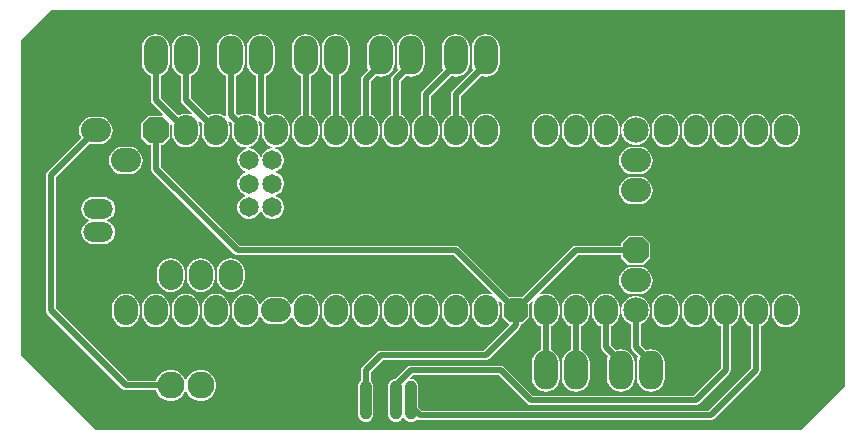
<source format=gbr>
%TF.GenerationSoftware,Altium Limited,Altium Designer,23.10.1 (27)*%
G04 Layer_Physical_Order=2*
G04 Layer_Color=16711680*
%FSLAX45Y45*%
%MOMM*%
%TF.SameCoordinates,0853C776-B364-4FBC-9FD6-CE7C03B239D3*%
%TF.FilePolarity,Positive*%
%TF.FileFunction,Copper,L2,Bot,Signal*%
%TF.Part,Single*%
G01*
G75*
%TA.AperFunction,ComponentPad*%
%ADD10O,1.01600X3.30200*%
%ADD11C,1.65100*%
%ADD12O,2.54000X1.65100*%
%ADD13R,2.15900X2.15900*%
%ADD14O,2.03200X2.54000*%
%ADD15C,2.15900*%
G04:AMPARAMS|DCode=16|XSize=2.032mm|YSize=2.032mm|CornerRadius=0mm|HoleSize=0mm|Usage=FLASHONLY|Rotation=90.000|XOffset=0mm|YOffset=0mm|HoleType=Round|Shape=Octagon|*
%AMOCTAGOND16*
4,1,8,0.50800,1.01600,-0.50800,1.01600,-1.01600,0.50800,-1.01600,-0.50800,-0.50800,-1.01600,0.50800,-1.01600,1.01600,-0.50800,1.01600,0.50800,0.50800,1.01600,0.0*
%
%ADD16OCTAGOND16*%

%ADD17O,2.54000X2.03200*%
%ADD18O,2.54000X2.03200*%
G04:AMPARAMS|DCode=19|XSize=2.159mm|YSize=2.159mm|CornerRadius=0mm|HoleSize=0mm|Usage=FLASHONLY|Rotation=90.000|XOffset=0mm|YOffset=0mm|HoleType=Round|Shape=Octagon|*
%AMOCTAGOND19*
4,1,8,0.53975,1.07950,-0.53975,1.07950,-1.07950,0.53975,-1.07950,-0.53975,-0.53975,-1.07950,0.53975,-1.07950,1.07950,-0.53975,1.07950,0.53975,0.53975,1.07950,0.0*
%
%ADD19OCTAGOND19*%

%ADD20R,2.15900X2.15900*%
%ADD21R,2.03200X2.03200*%
%ADD22O,2.03200X3.30200*%
%ADD23C,2.28600*%
%TA.AperFunction,Conductor*%
%ADD24C,0.50800*%
G36*
X7230529Y499529D02*
X6858000Y127000D01*
X889000D01*
X254000Y762000D01*
Y3429000D01*
X508000Y3683000D01*
X7230529D01*
Y499529D01*
D02*
G37*
%LPC*%
G36*
X4191000Y3483348D02*
X4160499Y3479333D01*
X4132076Y3467559D01*
X4107669Y3448831D01*
X4088941Y3424424D01*
X4077167Y3396001D01*
X4073152Y3365500D01*
Y3238500D01*
X4077167Y3207999D01*
X4087897Y3182097D01*
X3907700Y3001900D01*
X3898718Y2988457D01*
X3895564Y2972600D01*
Y2801703D01*
X3878076Y2794459D01*
X3853669Y2775731D01*
X3834941Y2751324D01*
X3823167Y2722901D01*
X3819152Y2692400D01*
Y2641600D01*
X3823167Y2611099D01*
X3834941Y2582676D01*
X3853669Y2558269D01*
X3878076Y2539541D01*
X3906499Y2527767D01*
X3937000Y2523752D01*
X3967501Y2527767D01*
X3995924Y2539541D01*
X4020331Y2558269D01*
X4039059Y2582676D01*
X4050833Y2611099D01*
X4054848Y2641600D01*
Y2692400D01*
X4050833Y2722901D01*
X4039059Y2751324D01*
X4020331Y2775731D01*
X3995924Y2794459D01*
X3978436Y2801703D01*
Y2955437D01*
X4151425Y3128426D01*
X4160499Y3124667D01*
X4191000Y3120652D01*
X4221501Y3124667D01*
X4249924Y3136441D01*
X4274331Y3155169D01*
X4293059Y3179576D01*
X4304833Y3207999D01*
X4308848Y3238500D01*
Y3365500D01*
X4304833Y3396001D01*
X4293059Y3424424D01*
X4274331Y3448831D01*
X4249924Y3467559D01*
X4221501Y3479333D01*
X4191000Y3483348D01*
D02*
G37*
G36*
X3937000D02*
X3906499Y3479333D01*
X3878076Y3467559D01*
X3853669Y3448831D01*
X3834941Y3424424D01*
X3823167Y3396001D01*
X3819152Y3365500D01*
Y3238500D01*
X3823167Y3207999D01*
X3833897Y3182097D01*
X3653700Y3001900D01*
X3644718Y2988457D01*
X3641564Y2972600D01*
Y2801703D01*
X3624076Y2794459D01*
X3599669Y2775731D01*
X3580941Y2751324D01*
X3569167Y2722901D01*
X3565152Y2692400D01*
Y2641600D01*
X3569167Y2611099D01*
X3580941Y2582676D01*
X3599669Y2558269D01*
X3624076Y2539541D01*
X3652499Y2527767D01*
X3683000Y2523752D01*
X3713501Y2527767D01*
X3741924Y2539541D01*
X3766331Y2558269D01*
X3785059Y2582676D01*
X3796833Y2611099D01*
X3800848Y2641600D01*
Y2692400D01*
X3796833Y2722901D01*
X3785059Y2751324D01*
X3766331Y2775731D01*
X3741924Y2794459D01*
X3724436Y2801703D01*
Y2955437D01*
X3897425Y3128426D01*
X3906499Y3124667D01*
X3937000Y3120652D01*
X3967501Y3124667D01*
X3995924Y3136441D01*
X4020331Y3155169D01*
X4039059Y3179576D01*
X4050833Y3207999D01*
X4054848Y3238500D01*
Y3365500D01*
X4050833Y3396001D01*
X4039059Y3424424D01*
X4020331Y3448831D01*
X3995924Y3467559D01*
X3967501Y3479333D01*
X3937000Y3483348D01*
D02*
G37*
G36*
X3556000D02*
X3525499Y3479333D01*
X3497076Y3467559D01*
X3472669Y3448831D01*
X3453941Y3424424D01*
X3442167Y3396001D01*
X3438152Y3365500D01*
Y3238500D01*
X3442167Y3207999D01*
X3452897Y3182097D01*
X3399700Y3128900D01*
X3390718Y3115457D01*
X3387564Y3099600D01*
Y2801703D01*
X3370076Y2794459D01*
X3345669Y2775731D01*
X3326941Y2751324D01*
X3315167Y2722901D01*
X3311152Y2692400D01*
Y2641600D01*
X3315167Y2611099D01*
X3326941Y2582676D01*
X3345669Y2558269D01*
X3370076Y2539541D01*
X3398499Y2527767D01*
X3429000Y2523752D01*
X3459501Y2527767D01*
X3487924Y2539541D01*
X3512331Y2558269D01*
X3531059Y2582676D01*
X3542833Y2611099D01*
X3546848Y2641600D01*
Y2692400D01*
X3542833Y2722901D01*
X3531059Y2751324D01*
X3512331Y2775731D01*
X3487924Y2794459D01*
X3470436Y2801703D01*
Y3082437D01*
X3516425Y3128426D01*
X3525499Y3124667D01*
X3556000Y3120652D01*
X3586501Y3124667D01*
X3614924Y3136441D01*
X3639331Y3155169D01*
X3658059Y3179576D01*
X3669833Y3207999D01*
X3673848Y3238500D01*
Y3365500D01*
X3669833Y3396001D01*
X3658059Y3424424D01*
X3639331Y3448831D01*
X3614924Y3467559D01*
X3586501Y3479333D01*
X3556000Y3483348D01*
D02*
G37*
G36*
X3302000D02*
X3271499Y3479333D01*
X3243076Y3467559D01*
X3218669Y3448831D01*
X3199941Y3424424D01*
X3188167Y3396001D01*
X3184152Y3365500D01*
Y3238500D01*
X3188167Y3207999D01*
X3198897Y3182097D01*
X3145700Y3128900D01*
X3136718Y3115457D01*
X3133564Y3099600D01*
Y2801703D01*
X3116076Y2794459D01*
X3091669Y2775731D01*
X3072941Y2751324D01*
X3061167Y2722901D01*
X3057152Y2692400D01*
Y2641600D01*
X3061167Y2611099D01*
X3072941Y2582676D01*
X3091669Y2558269D01*
X3116076Y2539541D01*
X3144499Y2527767D01*
X3175000Y2523752D01*
X3205501Y2527767D01*
X3233924Y2539541D01*
X3258331Y2558269D01*
X3277059Y2582676D01*
X3288833Y2611099D01*
X3292848Y2641600D01*
Y2692400D01*
X3288833Y2722901D01*
X3277059Y2751324D01*
X3258331Y2775731D01*
X3233924Y2794459D01*
X3216436Y2801703D01*
Y3082437D01*
X3262425Y3128426D01*
X3271499Y3124667D01*
X3302000Y3120652D01*
X3332501Y3124667D01*
X3360924Y3136441D01*
X3385331Y3155169D01*
X3404059Y3179576D01*
X3415833Y3207999D01*
X3419848Y3238500D01*
Y3365500D01*
X3415833Y3396001D01*
X3404059Y3424424D01*
X3385331Y3448831D01*
X3360924Y3467559D01*
X3332501Y3479333D01*
X3302000Y3483348D01*
D02*
G37*
G36*
X2286000D02*
X2255499Y3479333D01*
X2227076Y3467559D01*
X2202669Y3448831D01*
X2183941Y3424424D01*
X2172167Y3396001D01*
X2168152Y3365500D01*
Y3238500D01*
X2172167Y3207999D01*
X2183941Y3179576D01*
X2202669Y3155169D01*
X2227076Y3136441D01*
X2244564Y3129197D01*
Y2794000D01*
X2245496Y2789311D01*
X2233973Y2782145D01*
X2217924Y2794459D01*
X2189501Y2806233D01*
X2159000Y2810248D01*
X2128499Y2806233D01*
X2100076Y2794459D01*
X2094454Y2790146D01*
X2073436Y2811164D01*
Y3129197D01*
X2090924Y3136441D01*
X2115331Y3155169D01*
X2134059Y3179576D01*
X2145833Y3207999D01*
X2149848Y3238500D01*
Y3365500D01*
X2145833Y3396001D01*
X2134059Y3424424D01*
X2115331Y3448831D01*
X2090924Y3467559D01*
X2062501Y3479333D01*
X2032000Y3483348D01*
X2001499Y3479333D01*
X1973076Y3467559D01*
X1948669Y3448831D01*
X1929941Y3424424D01*
X1918167Y3396001D01*
X1914152Y3365500D01*
Y3238500D01*
X1918167Y3207999D01*
X1929941Y3179576D01*
X1948669Y3155169D01*
X1973076Y3136441D01*
X1990564Y3129197D01*
Y2794000D01*
X1991496Y2789311D01*
X1979973Y2782145D01*
X1963924Y2794459D01*
X1935501Y2806233D01*
X1905000Y2810248D01*
X1874499Y2806233D01*
X1846076Y2794459D01*
X1840454Y2790146D01*
X1692436Y2938164D01*
Y3129197D01*
X1709924Y3136441D01*
X1734331Y3155169D01*
X1753059Y3179576D01*
X1764833Y3207999D01*
X1768848Y3238500D01*
Y3365500D01*
X1764833Y3396001D01*
X1753059Y3424424D01*
X1734331Y3448831D01*
X1709924Y3467559D01*
X1681501Y3479333D01*
X1651000Y3483348D01*
X1620499Y3479333D01*
X1592076Y3467559D01*
X1567669Y3448831D01*
X1548941Y3424424D01*
X1537167Y3396001D01*
X1533152Y3365500D01*
Y3238500D01*
X1537167Y3207999D01*
X1548941Y3179576D01*
X1567669Y3155169D01*
X1592076Y3136441D01*
X1609564Y3129197D01*
Y2921000D01*
X1612718Y2905143D01*
X1621700Y2891700D01*
X1701850Y2811550D01*
X1694656Y2800784D01*
X1681501Y2806233D01*
X1651000Y2810248D01*
X1620499Y2806233D01*
X1592076Y2794459D01*
X1586454Y2790146D01*
X1438436Y2938164D01*
Y3129197D01*
X1455924Y3136441D01*
X1480331Y3155169D01*
X1499059Y3179576D01*
X1510833Y3207999D01*
X1514848Y3238500D01*
Y3365500D01*
X1510833Y3396001D01*
X1499059Y3424424D01*
X1480331Y3448831D01*
X1455924Y3467559D01*
X1427501Y3479333D01*
X1397000Y3483348D01*
X1366499Y3479333D01*
X1338076Y3467559D01*
X1313669Y3448831D01*
X1294941Y3424424D01*
X1283167Y3396001D01*
X1279152Y3365500D01*
Y3238500D01*
X1283167Y3207999D01*
X1294941Y3179576D01*
X1313669Y3155169D01*
X1338076Y3136441D01*
X1355564Y3129197D01*
Y2921000D01*
X1358718Y2905143D01*
X1367700Y2891700D01*
X1456510Y2802890D01*
X1451250Y2790190D01*
X1335405D01*
X1273810Y2728595D01*
Y2605405D01*
X1335405Y2543810D01*
X1355564D01*
Y2344750D01*
X1358718Y2328893D01*
X1367700Y2315450D01*
X2061450Y1621700D01*
X2074893Y1612718D01*
X2090750Y1609563D01*
X2090751Y1609564D01*
X3919836D01*
X4241850Y1287550D01*
X4234656Y1276784D01*
X4221501Y1282233D01*
X4191000Y1286248D01*
X4160499Y1282233D01*
X4132076Y1270459D01*
X4107669Y1251731D01*
X4088941Y1227324D01*
X4077167Y1198901D01*
X4073152Y1168400D01*
Y1117600D01*
X4077167Y1087099D01*
X4088941Y1058676D01*
X4107669Y1034269D01*
X4132076Y1015541D01*
X4160499Y1003767D01*
X4191000Y999752D01*
X4221501Y1003767D01*
X4249924Y1015541D01*
X4274331Y1034269D01*
X4293059Y1058676D01*
X4304833Y1087099D01*
X4308848Y1117600D01*
Y1168400D01*
X4304833Y1198901D01*
X4299384Y1212056D01*
X4310150Y1219250D01*
X4328160Y1201240D01*
Y1084580D01*
X4386580Y1026160D01*
X4389503Y1019103D01*
X4173836Y803436D01*
X3302000D01*
X3286143Y800282D01*
X3272700Y791300D01*
X3145700Y664300D01*
X3136718Y650857D01*
X3133564Y635000D01*
Y546747D01*
X3127900Y542400D01*
X3117314Y528605D01*
X3110660Y512540D01*
X3108390Y495300D01*
Y266700D01*
X3110660Y249460D01*
X3117314Y233395D01*
X3127900Y219600D01*
X3141695Y209014D01*
X3157760Y202360D01*
X3175000Y200090D01*
X3192240Y202360D01*
X3208305Y209014D01*
X3222100Y219600D01*
X3232686Y233395D01*
X3239340Y249460D01*
X3241610Y266700D01*
Y495300D01*
X3239340Y512540D01*
X3232686Y528605D01*
X3222100Y542400D01*
X3216436Y546747D01*
Y617836D01*
X3319164Y720564D01*
X4191000D01*
X4206857Y723718D01*
X4220300Y732700D01*
X4474300Y986700D01*
X4483282Y1000143D01*
X4486437Y1016000D01*
X4493760Y1026160D01*
X4503420D01*
X4561840Y1084580D01*
Y1201240D01*
X4579850Y1219250D01*
X4590616Y1212056D01*
X4585167Y1198901D01*
X4581152Y1168400D01*
Y1117600D01*
X4585167Y1087099D01*
X4596941Y1058676D01*
X4615669Y1034269D01*
X4640076Y1015541D01*
X4657564Y1008297D01*
Y807803D01*
X4640076Y800559D01*
X4615669Y781831D01*
X4596941Y757424D01*
X4585167Y729001D01*
X4581152Y698500D01*
Y571500D01*
X4585167Y540999D01*
X4596941Y512576D01*
X4615669Y488169D01*
X4640076Y469441D01*
X4668499Y457667D01*
X4699000Y453652D01*
X4729501Y457667D01*
X4757924Y469441D01*
X4782331Y488169D01*
X4801059Y512576D01*
X4812833Y540999D01*
X4816848Y571500D01*
Y698500D01*
X4812833Y729001D01*
X4801059Y757424D01*
X4782331Y781831D01*
X4757924Y800559D01*
X4740436Y807803D01*
Y1008297D01*
X4757924Y1015541D01*
X4782331Y1034269D01*
X4801059Y1058676D01*
X4812833Y1087099D01*
X4816848Y1117600D01*
Y1168400D01*
X4812833Y1198901D01*
X4801059Y1227324D01*
X4782331Y1251731D01*
X4757924Y1270459D01*
X4729501Y1282233D01*
X4699000Y1286248D01*
X4668499Y1282233D01*
X4655344Y1276784D01*
X4648150Y1287550D01*
X4970164Y1609564D01*
X5337810D01*
Y1589405D01*
X5399405Y1527810D01*
X5522595D01*
X5584190Y1589405D01*
Y1712595D01*
X5522595Y1774190D01*
X5399405D01*
X5337810Y1712595D01*
Y1692436D01*
X4953000D01*
X4937143Y1689282D01*
X4923700Y1680300D01*
X4503240Y1259840D01*
X4386760D01*
X3966300Y1680300D01*
X3952857Y1689282D01*
X3937000Y1692436D01*
X2107914D01*
X1438436Y2361914D01*
Y2543810D01*
X1458595D01*
X1520190Y2605405D01*
Y2710178D01*
X1532890Y2716441D01*
X1536003Y2714053D01*
X1533152Y2692400D01*
Y2641600D01*
X1537167Y2611099D01*
X1548941Y2582676D01*
X1567669Y2558269D01*
X1592076Y2539541D01*
X1620499Y2527767D01*
X1651000Y2523752D01*
X1681501Y2527767D01*
X1709924Y2539541D01*
X1734331Y2558269D01*
X1753059Y2582676D01*
X1764833Y2611099D01*
X1768848Y2641600D01*
Y2692400D01*
X1764833Y2722901D01*
X1759384Y2736056D01*
X1770150Y2743250D01*
X1791090Y2722311D01*
X1787152Y2692400D01*
Y2641600D01*
X1791167Y2611099D01*
X1802941Y2582676D01*
X1821669Y2558269D01*
X1846076Y2539541D01*
X1874499Y2527767D01*
X1905000Y2523752D01*
X1935501Y2527767D01*
X1963924Y2539541D01*
X1988331Y2558269D01*
X2007059Y2582676D01*
X2018833Y2611099D01*
X2022848Y2641600D01*
Y2692400D01*
X2018833Y2722901D01*
X2013384Y2736056D01*
X2024150Y2743250D01*
X2045090Y2722311D01*
X2041152Y2692400D01*
Y2641600D01*
X2045167Y2611099D01*
X2056941Y2582676D01*
X2075669Y2558269D01*
X2100076Y2539541D01*
X2128499Y2527767D01*
X2159000Y2523752D01*
X2160142Y2511299D01*
X2148255Y2508114D01*
X2125956Y2495239D01*
X2107749Y2477032D01*
X2094874Y2454733D01*
X2088210Y2429862D01*
Y2404114D01*
X2094874Y2379242D01*
X2107749Y2356943D01*
X2125956Y2338736D01*
X2148255Y2325862D01*
X2156838Y2323562D01*
Y2310414D01*
X2148255Y2308114D01*
X2125956Y2295240D01*
X2107749Y2277033D01*
X2094874Y2254734D01*
X2088210Y2229862D01*
Y2204114D01*
X2094874Y2179243D01*
X2107749Y2156944D01*
X2125956Y2138737D01*
X2148255Y2125862D01*
X2156838Y2123562D01*
Y2110414D01*
X2148255Y2108114D01*
X2125956Y2095240D01*
X2107749Y2077033D01*
X2094874Y2054734D01*
X2088210Y2029863D01*
Y2004114D01*
X2094874Y1979243D01*
X2107749Y1956944D01*
X2125956Y1938737D01*
X2148255Y1925863D01*
X2173126Y1919199D01*
X2198874D01*
X2223746Y1925863D01*
X2246045Y1938737D01*
X2264252Y1956944D01*
X2277126Y1979243D01*
X2279426Y1987827D01*
X2292574D01*
X2294874Y1979243D01*
X2307748Y1956944D01*
X2325955Y1938737D01*
X2348254Y1925863D01*
X2373126Y1919199D01*
X2398874D01*
X2423745Y1925863D01*
X2446044Y1938737D01*
X2464251Y1956944D01*
X2477126Y1979243D01*
X2483790Y2004114D01*
Y2029863D01*
X2477126Y2054734D01*
X2464251Y2077033D01*
X2446044Y2095240D01*
X2423745Y2108114D01*
X2415162Y2110414D01*
Y2123562D01*
X2423745Y2125862D01*
X2446044Y2138737D01*
X2464251Y2156944D01*
X2477126Y2179243D01*
X2483790Y2204114D01*
Y2229862D01*
X2477126Y2254734D01*
X2464251Y2277033D01*
X2446044Y2295240D01*
X2423745Y2308114D01*
X2415162Y2310414D01*
Y2323562D01*
X2423745Y2325862D01*
X2446044Y2338736D01*
X2464251Y2356943D01*
X2477126Y2379242D01*
X2483790Y2404114D01*
Y2429862D01*
X2477126Y2454733D01*
X2464251Y2477032D01*
X2446044Y2495239D01*
X2423745Y2508114D01*
X2411858Y2511299D01*
X2413000Y2523752D01*
X2443501Y2527767D01*
X2471924Y2539541D01*
X2496331Y2558269D01*
X2515059Y2582676D01*
X2526833Y2611099D01*
X2530848Y2641600D01*
Y2692400D01*
X2526833Y2722901D01*
X2515059Y2751324D01*
X2496331Y2775731D01*
X2471924Y2794459D01*
X2443501Y2806233D01*
X2413000Y2810248D01*
X2382499Y2806233D01*
X2354076Y2794459D01*
X2348454Y2790146D01*
X2327436Y2811164D01*
Y3129197D01*
X2344924Y3136441D01*
X2369331Y3155169D01*
X2388059Y3179576D01*
X2399833Y3207999D01*
X2403848Y3238500D01*
Y3365500D01*
X2399833Y3396001D01*
X2388059Y3424424D01*
X2369331Y3448831D01*
X2344924Y3467559D01*
X2316501Y3479333D01*
X2286000Y3483348D01*
D02*
G37*
G36*
X914400Y2784848D02*
X863600D01*
X833099Y2780833D01*
X804676Y2769059D01*
X780269Y2750331D01*
X761541Y2725924D01*
X749767Y2697501D01*
X745752Y2667000D01*
X749767Y2636499D01*
X761541Y2608076D01*
X765854Y2602454D01*
X478700Y2315300D01*
X469718Y2301857D01*
X466564Y2286000D01*
Y1143000D01*
X469718Y1127143D01*
X478700Y1113700D01*
X1113700Y478700D01*
X1127143Y469718D01*
X1143000Y466564D01*
X1400993D01*
X1403288Y457999D01*
X1420342Y428461D01*
X1444461Y404342D01*
X1473999Y387288D01*
X1506946Y378460D01*
X1541054D01*
X1574001Y387288D01*
X1603539Y404342D01*
X1627658Y428461D01*
X1644321Y457322D01*
X1647657Y457999D01*
X1654343D01*
X1657679Y457322D01*
X1674342Y428461D01*
X1698461Y404342D01*
X1727999Y387288D01*
X1760946Y378460D01*
X1795054D01*
X1828001Y387288D01*
X1857539Y404342D01*
X1881658Y428461D01*
X1898712Y457999D01*
X1907540Y490946D01*
Y525054D01*
X1898712Y558001D01*
X1881658Y587539D01*
X1857539Y611658D01*
X1828001Y628712D01*
X1795054Y637540D01*
X1760946D01*
X1727999Y628712D01*
X1698461Y611658D01*
X1674342Y587539D01*
X1657679Y558678D01*
X1654343Y558001D01*
X1647657D01*
X1644321Y558678D01*
X1627658Y587539D01*
X1603539Y611658D01*
X1574001Y628712D01*
X1541054Y637540D01*
X1506946D01*
X1473999Y628712D01*
X1444461Y611658D01*
X1420342Y587539D01*
X1403288Y558001D01*
X1400993Y549436D01*
X1160164D01*
X549436Y1160164D01*
Y2268836D01*
X833689Y2553090D01*
X863600Y2549152D01*
X914400D01*
X944901Y2553167D01*
X973324Y2564941D01*
X997731Y2583669D01*
X1016459Y2608076D01*
X1028233Y2636499D01*
X1032248Y2667000D01*
X1028233Y2697501D01*
X1016459Y2725924D01*
X997731Y2750331D01*
X973324Y2769059D01*
X944901Y2780833D01*
X914400Y2784848D01*
D02*
G37*
G36*
X5477218Y2790190D02*
X5444782D01*
X5413450Y2781795D01*
X5385360Y2765577D01*
X5362423Y2742640D01*
X5346205Y2714550D01*
X5337810Y2683218D01*
Y2650782D01*
X5346205Y2619450D01*
X5362423Y2591360D01*
X5385360Y2568423D01*
X5413450Y2552205D01*
X5444782Y2543810D01*
X5477218D01*
X5508550Y2552205D01*
X5536640Y2568423D01*
X5559577Y2591360D01*
X5575795Y2619450D01*
X5584190Y2650782D01*
Y2683218D01*
X5575795Y2714550D01*
X5559577Y2742640D01*
X5536640Y2765577D01*
X5508550Y2781795D01*
X5477218Y2790190D01*
D02*
G37*
G36*
X6731000Y2810248D02*
X6700499Y2806233D01*
X6672076Y2794459D01*
X6647669Y2775731D01*
X6628941Y2751324D01*
X6617167Y2722901D01*
X6613152Y2692400D01*
Y2641600D01*
X6617167Y2611099D01*
X6628941Y2582676D01*
X6647669Y2558269D01*
X6672076Y2539541D01*
X6700499Y2527767D01*
X6731000Y2523752D01*
X6761501Y2527767D01*
X6789924Y2539541D01*
X6814331Y2558269D01*
X6833059Y2582676D01*
X6844833Y2611099D01*
X6848848Y2641600D01*
Y2692400D01*
X6844833Y2722901D01*
X6833059Y2751324D01*
X6814331Y2775731D01*
X6789924Y2794459D01*
X6761501Y2806233D01*
X6731000Y2810248D01*
D02*
G37*
G36*
X6477000D02*
X6446499Y2806233D01*
X6418076Y2794459D01*
X6393669Y2775731D01*
X6374941Y2751324D01*
X6363167Y2722901D01*
X6359152Y2692400D01*
Y2641600D01*
X6363167Y2611099D01*
X6374941Y2582676D01*
X6393669Y2558269D01*
X6418076Y2539541D01*
X6446499Y2527767D01*
X6477000Y2523752D01*
X6507501Y2527767D01*
X6535924Y2539541D01*
X6560331Y2558269D01*
X6579059Y2582676D01*
X6590833Y2611099D01*
X6594848Y2641600D01*
Y2692400D01*
X6590833Y2722901D01*
X6579059Y2751324D01*
X6560331Y2775731D01*
X6535924Y2794459D01*
X6507501Y2806233D01*
X6477000Y2810248D01*
D02*
G37*
G36*
X6223000D02*
X6192499Y2806233D01*
X6164076Y2794459D01*
X6139669Y2775731D01*
X6120941Y2751324D01*
X6109167Y2722901D01*
X6105152Y2692400D01*
Y2641600D01*
X6109167Y2611099D01*
X6120941Y2582676D01*
X6139669Y2558269D01*
X6164076Y2539541D01*
X6192499Y2527767D01*
X6223000Y2523752D01*
X6253501Y2527767D01*
X6281924Y2539541D01*
X6306331Y2558269D01*
X6325059Y2582676D01*
X6336833Y2611099D01*
X6340848Y2641600D01*
Y2692400D01*
X6336833Y2722901D01*
X6325059Y2751324D01*
X6306331Y2775731D01*
X6281924Y2794459D01*
X6253501Y2806233D01*
X6223000Y2810248D01*
D02*
G37*
G36*
X5969000D02*
X5938499Y2806233D01*
X5910076Y2794459D01*
X5885669Y2775731D01*
X5866941Y2751324D01*
X5855167Y2722901D01*
X5851152Y2692400D01*
Y2641600D01*
X5855167Y2611099D01*
X5866941Y2582676D01*
X5885669Y2558269D01*
X5910076Y2539541D01*
X5938499Y2527767D01*
X5969000Y2523752D01*
X5999501Y2527767D01*
X6027924Y2539541D01*
X6052331Y2558269D01*
X6071059Y2582676D01*
X6082833Y2611099D01*
X6086848Y2641600D01*
Y2692400D01*
X6082833Y2722901D01*
X6071059Y2751324D01*
X6052331Y2775731D01*
X6027924Y2794459D01*
X5999501Y2806233D01*
X5969000Y2810248D01*
D02*
G37*
G36*
X5715000D02*
X5684499Y2806233D01*
X5656076Y2794459D01*
X5631669Y2775731D01*
X5612941Y2751324D01*
X5601167Y2722901D01*
X5597152Y2692400D01*
Y2641600D01*
X5601167Y2611099D01*
X5612941Y2582676D01*
X5631669Y2558269D01*
X5656076Y2539541D01*
X5684499Y2527767D01*
X5715000Y2523752D01*
X5745501Y2527767D01*
X5773924Y2539541D01*
X5798331Y2558269D01*
X5817059Y2582676D01*
X5828833Y2611099D01*
X5832848Y2641600D01*
Y2692400D01*
X5828833Y2722901D01*
X5817059Y2751324D01*
X5798331Y2775731D01*
X5773924Y2794459D01*
X5745501Y2806233D01*
X5715000Y2810248D01*
D02*
G37*
G36*
X5207000D02*
X5176499Y2806233D01*
X5148076Y2794459D01*
X5123669Y2775731D01*
X5104941Y2751324D01*
X5093167Y2722901D01*
X5089152Y2692400D01*
Y2641600D01*
X5093167Y2611099D01*
X5104941Y2582676D01*
X5123669Y2558269D01*
X5148076Y2539541D01*
X5176499Y2527767D01*
X5207000Y2523752D01*
X5237501Y2527767D01*
X5265924Y2539541D01*
X5290331Y2558269D01*
X5309059Y2582676D01*
X5320833Y2611099D01*
X5324848Y2641600D01*
Y2692400D01*
X5320833Y2722901D01*
X5309059Y2751324D01*
X5290331Y2775731D01*
X5265924Y2794459D01*
X5237501Y2806233D01*
X5207000Y2810248D01*
D02*
G37*
G36*
X4953000D02*
X4922499Y2806233D01*
X4894076Y2794459D01*
X4869669Y2775731D01*
X4850941Y2751324D01*
X4839167Y2722901D01*
X4835152Y2692400D01*
Y2641600D01*
X4839167Y2611099D01*
X4850941Y2582676D01*
X4869669Y2558269D01*
X4894076Y2539541D01*
X4922499Y2527767D01*
X4953000Y2523752D01*
X4983501Y2527767D01*
X5011924Y2539541D01*
X5036331Y2558269D01*
X5055059Y2582676D01*
X5066833Y2611099D01*
X5070848Y2641600D01*
Y2692400D01*
X5066833Y2722901D01*
X5055059Y2751324D01*
X5036331Y2775731D01*
X5011924Y2794459D01*
X4983501Y2806233D01*
X4953000Y2810248D01*
D02*
G37*
G36*
X4699000D02*
X4668499Y2806233D01*
X4640076Y2794459D01*
X4615669Y2775731D01*
X4596941Y2751324D01*
X4585167Y2722901D01*
X4581152Y2692400D01*
Y2641600D01*
X4585167Y2611099D01*
X4596941Y2582676D01*
X4615669Y2558269D01*
X4640076Y2539541D01*
X4668499Y2527767D01*
X4699000Y2523752D01*
X4729501Y2527767D01*
X4757924Y2539541D01*
X4782331Y2558269D01*
X4801059Y2582676D01*
X4812833Y2611099D01*
X4816848Y2641600D01*
Y2692400D01*
X4812833Y2722901D01*
X4801059Y2751324D01*
X4782331Y2775731D01*
X4757924Y2794459D01*
X4729501Y2806233D01*
X4699000Y2810248D01*
D02*
G37*
G36*
X4191000D02*
X4160499Y2806233D01*
X4132076Y2794459D01*
X4107669Y2775731D01*
X4088941Y2751324D01*
X4077167Y2722901D01*
X4073152Y2692400D01*
Y2641600D01*
X4077167Y2611099D01*
X4088941Y2582676D01*
X4107669Y2558269D01*
X4132076Y2539541D01*
X4160499Y2527767D01*
X4191000Y2523752D01*
X4221501Y2527767D01*
X4249924Y2539541D01*
X4274331Y2558269D01*
X4293059Y2582676D01*
X4304833Y2611099D01*
X4308848Y2641600D01*
Y2692400D01*
X4304833Y2722901D01*
X4293059Y2751324D01*
X4274331Y2775731D01*
X4249924Y2794459D01*
X4221501Y2806233D01*
X4191000Y2810248D01*
D02*
G37*
G36*
X2921000Y3483348D02*
X2890499Y3479333D01*
X2862076Y3467559D01*
X2837669Y3448831D01*
X2818941Y3424424D01*
X2807167Y3396001D01*
X2803152Y3365500D01*
Y3238500D01*
X2807167Y3207999D01*
X2818941Y3179576D01*
X2837669Y3155169D01*
X2862076Y3136441D01*
X2879564Y3129197D01*
Y2801703D01*
X2862076Y2794459D01*
X2837669Y2775731D01*
X2818941Y2751324D01*
X2807167Y2722901D01*
X2803152Y2692400D01*
Y2641600D01*
X2807167Y2611099D01*
X2818941Y2582676D01*
X2837669Y2558269D01*
X2862076Y2539541D01*
X2890499Y2527767D01*
X2921000Y2523752D01*
X2951501Y2527767D01*
X2979924Y2539541D01*
X3004331Y2558269D01*
X3023059Y2582676D01*
X3034833Y2611099D01*
X3038848Y2641600D01*
Y2692400D01*
X3034833Y2722901D01*
X3023059Y2751324D01*
X3004331Y2775731D01*
X2979924Y2794459D01*
X2962436Y2801703D01*
Y3129197D01*
X2979924Y3136441D01*
X3004331Y3155169D01*
X3023059Y3179576D01*
X3034833Y3207999D01*
X3038848Y3238500D01*
Y3365500D01*
X3034833Y3396001D01*
X3023059Y3424424D01*
X3004331Y3448831D01*
X2979924Y3467559D01*
X2951501Y3479333D01*
X2921000Y3483348D01*
D02*
G37*
G36*
X2667000D02*
X2636499Y3479333D01*
X2608076Y3467559D01*
X2583669Y3448831D01*
X2564941Y3424424D01*
X2553167Y3396001D01*
X2549152Y3365500D01*
Y3238500D01*
X2553167Y3207999D01*
X2564941Y3179576D01*
X2583669Y3155169D01*
X2608076Y3136441D01*
X2625564Y3129197D01*
Y2801703D01*
X2608076Y2794459D01*
X2583669Y2775731D01*
X2564941Y2751324D01*
X2553167Y2722901D01*
X2549152Y2692400D01*
Y2641600D01*
X2553167Y2611099D01*
X2564941Y2582676D01*
X2583669Y2558269D01*
X2608076Y2539541D01*
X2636499Y2527767D01*
X2667000Y2523752D01*
X2697501Y2527767D01*
X2725924Y2539541D01*
X2750331Y2558269D01*
X2769059Y2582676D01*
X2780833Y2611099D01*
X2784848Y2641600D01*
Y2692400D01*
X2780833Y2722901D01*
X2769059Y2751324D01*
X2750331Y2775731D01*
X2725924Y2794459D01*
X2708436Y2801703D01*
Y3129197D01*
X2725924Y3136441D01*
X2750331Y3155169D01*
X2769059Y3179576D01*
X2780833Y3207999D01*
X2784848Y3238500D01*
Y3365500D01*
X2780833Y3396001D01*
X2769059Y3424424D01*
X2750331Y3448831D01*
X2725924Y3467559D01*
X2697501Y3479333D01*
X2667000Y3483348D01*
D02*
G37*
G36*
X5486400Y2530848D02*
X5435600D01*
X5405099Y2526833D01*
X5376676Y2515059D01*
X5352269Y2496331D01*
X5333541Y2471924D01*
X5321767Y2443501D01*
X5317752Y2413000D01*
X5321767Y2382499D01*
X5333541Y2354076D01*
X5352269Y2329669D01*
X5376676Y2310941D01*
X5405099Y2299167D01*
X5435600Y2295152D01*
X5486400D01*
X5516901Y2299167D01*
X5545324Y2310941D01*
X5569731Y2329669D01*
X5588459Y2354076D01*
X5600233Y2382499D01*
X5604248Y2413000D01*
X5600233Y2443501D01*
X5588459Y2471924D01*
X5569731Y2496331D01*
X5545324Y2515059D01*
X5516901Y2526833D01*
X5486400Y2530848D01*
D02*
G37*
G36*
X1168400D02*
X1117600D01*
X1087099Y2526833D01*
X1058676Y2515059D01*
X1034269Y2496331D01*
X1015541Y2471924D01*
X1003767Y2443501D01*
X999752Y2413000D01*
X1003767Y2382499D01*
X1015541Y2354076D01*
X1034269Y2329669D01*
X1058676Y2310941D01*
X1087099Y2299167D01*
X1117600Y2295152D01*
X1168400D01*
X1198901Y2299167D01*
X1227324Y2310941D01*
X1251731Y2329669D01*
X1270459Y2354076D01*
X1282233Y2382499D01*
X1286248Y2413000D01*
X1282233Y2443501D01*
X1270459Y2471924D01*
X1251731Y2496331D01*
X1227324Y2515059D01*
X1198901Y2526833D01*
X1168400Y2530848D01*
D02*
G37*
G36*
X5486400Y2276848D02*
X5435600D01*
X5405099Y2272833D01*
X5376676Y2261059D01*
X5352269Y2242331D01*
X5333541Y2217924D01*
X5321767Y2189501D01*
X5317752Y2159000D01*
X5321767Y2128499D01*
X5333541Y2100076D01*
X5352269Y2075669D01*
X5376676Y2056941D01*
X5405099Y2045167D01*
X5435600Y2041152D01*
X5486400D01*
X5516901Y2045167D01*
X5545324Y2056941D01*
X5569731Y2075669D01*
X5588459Y2100076D01*
X5600233Y2128499D01*
X5604248Y2159000D01*
X5600233Y2189501D01*
X5588459Y2217924D01*
X5569731Y2242331D01*
X5545324Y2261059D01*
X5516901Y2272833D01*
X5486400Y2276848D01*
D02*
G37*
G36*
X956462Y2103634D02*
X867562D01*
X842034Y2100273D01*
X818246Y2090419D01*
X797818Y2074744D01*
X782143Y2054317D01*
X772290Y2030528D01*
X768929Y2005000D01*
X772290Y1979472D01*
X782143Y1955683D01*
X797818Y1935255D01*
X818246Y1919580D01*
X836853Y1911873D01*
Y1898127D01*
X818246Y1890420D01*
X797818Y1874745D01*
X782143Y1854317D01*
X772290Y1830528D01*
X768929Y1805000D01*
X772290Y1779472D01*
X782143Y1755683D01*
X797818Y1735256D01*
X818246Y1719581D01*
X842034Y1709727D01*
X867562Y1706366D01*
X956462D01*
X981991Y1709727D01*
X1005779Y1719581D01*
X1026207Y1735256D01*
X1041882Y1755683D01*
X1051735Y1779472D01*
X1055096Y1805000D01*
X1051735Y1830528D01*
X1041882Y1854317D01*
X1026207Y1874745D01*
X1005779Y1890420D01*
X987172Y1898127D01*
Y1911873D01*
X1005779Y1919580D01*
X1026207Y1935255D01*
X1041882Y1955683D01*
X1051735Y1979472D01*
X1055096Y2005000D01*
X1051735Y2030528D01*
X1041882Y2054317D01*
X1026207Y2074744D01*
X1005779Y2090419D01*
X981991Y2100273D01*
X956462Y2103634D01*
D02*
G37*
G36*
X2032000Y1586248D02*
X2001499Y1582232D01*
X1973076Y1570459D01*
X1948669Y1551731D01*
X1929941Y1527323D01*
X1918167Y1498901D01*
X1914152Y1468399D01*
Y1417599D01*
X1918167Y1387098D01*
X1929941Y1358675D01*
X1948669Y1334268D01*
X1973076Y1315540D01*
X2001499Y1303767D01*
X2032000Y1299751D01*
X2062501Y1303767D01*
X2090924Y1315540D01*
X2115331Y1334268D01*
X2134059Y1358675D01*
X2145833Y1387098D01*
X2149848Y1417599D01*
Y1468399D01*
X2145833Y1498901D01*
X2134059Y1527323D01*
X2115331Y1551731D01*
X2090924Y1570459D01*
X2062501Y1582232D01*
X2032000Y1586248D01*
D02*
G37*
G36*
X1778000D02*
X1747499Y1582232D01*
X1719076Y1570459D01*
X1694669Y1551731D01*
X1675941Y1527323D01*
X1664167Y1498901D01*
X1660152Y1468399D01*
Y1417599D01*
X1664167Y1387098D01*
X1675941Y1358675D01*
X1694669Y1334268D01*
X1719076Y1315540D01*
X1747499Y1303767D01*
X1778000Y1299751D01*
X1808501Y1303767D01*
X1836924Y1315540D01*
X1861331Y1334268D01*
X1880059Y1358675D01*
X1891833Y1387098D01*
X1895848Y1417599D01*
Y1468399D01*
X1891833Y1498901D01*
X1880059Y1527323D01*
X1861331Y1551731D01*
X1836924Y1570459D01*
X1808501Y1582232D01*
X1778000Y1586248D01*
D02*
G37*
G36*
X1524000D02*
X1493499Y1582232D01*
X1465076Y1570459D01*
X1440669Y1551731D01*
X1421941Y1527323D01*
X1410167Y1498901D01*
X1406152Y1468399D01*
Y1417599D01*
X1410167Y1387098D01*
X1421941Y1358675D01*
X1440669Y1334268D01*
X1465076Y1315540D01*
X1493499Y1303767D01*
X1524000Y1299751D01*
X1554501Y1303767D01*
X1582924Y1315540D01*
X1607331Y1334268D01*
X1626059Y1358675D01*
X1637833Y1387098D01*
X1641848Y1417599D01*
Y1468399D01*
X1637833Y1498901D01*
X1626059Y1527323D01*
X1607331Y1551731D01*
X1582924Y1570459D01*
X1554501Y1582232D01*
X1524000Y1586248D01*
D02*
G37*
G36*
X5486400Y1514848D02*
X5435600D01*
X5405099Y1510833D01*
X5376676Y1499059D01*
X5352269Y1480331D01*
X5333541Y1455924D01*
X5321767Y1427501D01*
X5317752Y1397000D01*
X5321767Y1366499D01*
X5333541Y1338076D01*
X5352269Y1313669D01*
X5376676Y1294941D01*
X5405099Y1283167D01*
X5435600Y1279152D01*
X5486400D01*
X5516901Y1283167D01*
X5545324Y1294941D01*
X5569731Y1313669D01*
X5588459Y1338076D01*
X5600233Y1366499D01*
X5604248Y1397000D01*
X5600233Y1427501D01*
X5588459Y1455924D01*
X5569731Y1480331D01*
X5545324Y1499059D01*
X5516901Y1510833D01*
X5486400Y1514848D01*
D02*
G37*
G36*
X2667000Y1286248D02*
X2636499Y1282233D01*
X2608076Y1270459D01*
X2583669Y1251731D01*
X2564941Y1227324D01*
X2554313Y1201666D01*
X2541434Y1199571D01*
X2540459Y1201924D01*
X2521731Y1226331D01*
X2497324Y1245059D01*
X2468901Y1256833D01*
X2438400Y1260848D01*
X2387600D01*
X2357099Y1256833D01*
X2328676Y1245059D01*
X2304269Y1226331D01*
X2285541Y1201924D01*
X2284566Y1199571D01*
X2271687Y1201666D01*
X2261059Y1227324D01*
X2242331Y1251731D01*
X2217924Y1270459D01*
X2189501Y1282233D01*
X2159000Y1286248D01*
X2128499Y1282233D01*
X2100076Y1270459D01*
X2075669Y1251731D01*
X2056941Y1227324D01*
X2045167Y1198901D01*
X2041152Y1168400D01*
Y1117600D01*
X2045167Y1087099D01*
X2056941Y1058676D01*
X2075669Y1034269D01*
X2100076Y1015541D01*
X2128499Y1003767D01*
X2159000Y999752D01*
X2189501Y1003767D01*
X2217924Y1015541D01*
X2242331Y1034269D01*
X2261059Y1058676D01*
X2271687Y1084334D01*
X2284566Y1086429D01*
X2285541Y1084076D01*
X2304269Y1059669D01*
X2328676Y1040941D01*
X2357099Y1029167D01*
X2387600Y1025152D01*
X2438400D01*
X2468901Y1029167D01*
X2497324Y1040941D01*
X2521731Y1059669D01*
X2540459Y1084076D01*
X2541434Y1086429D01*
X2554313Y1084334D01*
X2564941Y1058676D01*
X2583669Y1034269D01*
X2608076Y1015541D01*
X2636499Y1003767D01*
X2667000Y999752D01*
X2697501Y1003767D01*
X2725924Y1015541D01*
X2750331Y1034269D01*
X2769059Y1058676D01*
X2780833Y1087099D01*
X2784848Y1117600D01*
Y1168400D01*
X2780833Y1198901D01*
X2769059Y1227324D01*
X2750331Y1251731D01*
X2725924Y1270459D01*
X2697501Y1282233D01*
X2667000Y1286248D01*
D02*
G37*
G36*
X6731000D02*
X6700499Y1282233D01*
X6672076Y1270459D01*
X6647669Y1251731D01*
X6628941Y1227324D01*
X6617167Y1198901D01*
X6613152Y1168400D01*
Y1117600D01*
X6617167Y1087099D01*
X6628941Y1058676D01*
X6647669Y1034269D01*
X6672076Y1015541D01*
X6700499Y1003767D01*
X6731000Y999752D01*
X6761501Y1003767D01*
X6789924Y1015541D01*
X6814331Y1034269D01*
X6833059Y1058676D01*
X6844833Y1087099D01*
X6848848Y1117600D01*
Y1168400D01*
X6844833Y1198901D01*
X6833059Y1227324D01*
X6814331Y1251731D01*
X6789924Y1270459D01*
X6761501Y1282233D01*
X6731000Y1286248D01*
D02*
G37*
G36*
X5969000D02*
X5938499Y1282233D01*
X5910076Y1270459D01*
X5885669Y1251731D01*
X5866941Y1227324D01*
X5855167Y1198901D01*
X5851152Y1168400D01*
Y1117600D01*
X5855167Y1087099D01*
X5866941Y1058676D01*
X5885669Y1034269D01*
X5910076Y1015541D01*
X5938499Y1003767D01*
X5969000Y999752D01*
X5999501Y1003767D01*
X6027924Y1015541D01*
X6052331Y1034269D01*
X6071059Y1058676D01*
X6082833Y1087099D01*
X6086848Y1117600D01*
Y1168400D01*
X6082833Y1198901D01*
X6071059Y1227324D01*
X6052331Y1251731D01*
X6027924Y1270459D01*
X5999501Y1282233D01*
X5969000Y1286248D01*
D02*
G37*
G36*
X5715000D02*
X5684499Y1282233D01*
X5656076Y1270459D01*
X5631669Y1251731D01*
X5612941Y1227324D01*
X5601167Y1198901D01*
X5597152Y1168400D01*
Y1117600D01*
X5601167Y1087099D01*
X5612941Y1058676D01*
X5631669Y1034269D01*
X5656076Y1015541D01*
X5684499Y1003767D01*
X5715000Y999752D01*
X5745501Y1003767D01*
X5773924Y1015541D01*
X5798331Y1034269D01*
X5817059Y1058676D01*
X5828833Y1087099D01*
X5832848Y1117600D01*
Y1168400D01*
X5828833Y1198901D01*
X5817059Y1227324D01*
X5798331Y1251731D01*
X5773924Y1270459D01*
X5745501Y1282233D01*
X5715000Y1286248D01*
D02*
G37*
G36*
X3937000D02*
X3906499Y1282233D01*
X3878076Y1270459D01*
X3853669Y1251731D01*
X3834941Y1227324D01*
X3823167Y1198901D01*
X3819152Y1168400D01*
Y1117600D01*
X3823167Y1087099D01*
X3834941Y1058676D01*
X3853669Y1034269D01*
X3878076Y1015541D01*
X3906499Y1003767D01*
X3937000Y999752D01*
X3967501Y1003767D01*
X3995924Y1015541D01*
X4020331Y1034269D01*
X4039059Y1058676D01*
X4050833Y1087099D01*
X4054848Y1117600D01*
Y1168400D01*
X4050833Y1198901D01*
X4039059Y1227324D01*
X4020331Y1251731D01*
X3995924Y1270459D01*
X3967501Y1282233D01*
X3937000Y1286248D01*
D02*
G37*
G36*
X3683000D02*
X3652499Y1282233D01*
X3624076Y1270459D01*
X3599669Y1251731D01*
X3580941Y1227324D01*
X3569167Y1198901D01*
X3565152Y1168400D01*
Y1117600D01*
X3569167Y1087099D01*
X3580941Y1058676D01*
X3599669Y1034269D01*
X3624076Y1015541D01*
X3652499Y1003767D01*
X3683000Y999752D01*
X3713501Y1003767D01*
X3741924Y1015541D01*
X3766331Y1034269D01*
X3785059Y1058676D01*
X3796833Y1087099D01*
X3800848Y1117600D01*
Y1168400D01*
X3796833Y1198901D01*
X3785059Y1227324D01*
X3766331Y1251731D01*
X3741924Y1270459D01*
X3713501Y1282233D01*
X3683000Y1286248D01*
D02*
G37*
G36*
X3429000D02*
X3398499Y1282233D01*
X3370076Y1270459D01*
X3345669Y1251731D01*
X3326941Y1227324D01*
X3315167Y1198901D01*
X3311152Y1168400D01*
Y1117600D01*
X3315167Y1087099D01*
X3326941Y1058676D01*
X3345669Y1034269D01*
X3370076Y1015541D01*
X3398499Y1003767D01*
X3429000Y999752D01*
X3459501Y1003767D01*
X3487924Y1015541D01*
X3512331Y1034269D01*
X3531059Y1058676D01*
X3542833Y1087099D01*
X3546848Y1117600D01*
Y1168400D01*
X3542833Y1198901D01*
X3531059Y1227324D01*
X3512331Y1251731D01*
X3487924Y1270459D01*
X3459501Y1282233D01*
X3429000Y1286248D01*
D02*
G37*
G36*
X3175000D02*
X3144499Y1282233D01*
X3116076Y1270459D01*
X3091669Y1251731D01*
X3072941Y1227324D01*
X3061167Y1198901D01*
X3057152Y1168400D01*
Y1117600D01*
X3061167Y1087099D01*
X3072941Y1058676D01*
X3091669Y1034269D01*
X3116076Y1015541D01*
X3144499Y1003767D01*
X3175000Y999752D01*
X3205501Y1003767D01*
X3233924Y1015541D01*
X3258331Y1034269D01*
X3277059Y1058676D01*
X3288833Y1087099D01*
X3292848Y1117600D01*
Y1168400D01*
X3288833Y1198901D01*
X3277059Y1227324D01*
X3258331Y1251731D01*
X3233924Y1270459D01*
X3205501Y1282233D01*
X3175000Y1286248D01*
D02*
G37*
G36*
X2921000D02*
X2890499Y1282233D01*
X2862076Y1270459D01*
X2837669Y1251731D01*
X2818941Y1227324D01*
X2807167Y1198901D01*
X2803152Y1168400D01*
Y1117600D01*
X2807167Y1087099D01*
X2818941Y1058676D01*
X2837669Y1034269D01*
X2862076Y1015541D01*
X2890499Y1003767D01*
X2921000Y999752D01*
X2951501Y1003767D01*
X2979924Y1015541D01*
X3004331Y1034269D01*
X3023059Y1058676D01*
X3034833Y1087099D01*
X3038848Y1117600D01*
Y1168400D01*
X3034833Y1198901D01*
X3023059Y1227324D01*
X3004331Y1251731D01*
X2979924Y1270459D01*
X2951501Y1282233D01*
X2921000Y1286248D01*
D02*
G37*
G36*
X1905000D02*
X1874499Y1282233D01*
X1846076Y1270459D01*
X1821669Y1251731D01*
X1802941Y1227324D01*
X1791167Y1198901D01*
X1787152Y1168400D01*
Y1117600D01*
X1791167Y1087099D01*
X1802941Y1058676D01*
X1821669Y1034269D01*
X1846076Y1015541D01*
X1874499Y1003767D01*
X1905000Y999752D01*
X1935501Y1003767D01*
X1963924Y1015541D01*
X1988331Y1034269D01*
X2007059Y1058676D01*
X2018833Y1087099D01*
X2022848Y1117600D01*
Y1168400D01*
X2018833Y1198901D01*
X2007059Y1227324D01*
X1988331Y1251731D01*
X1963924Y1270459D01*
X1935501Y1282233D01*
X1905000Y1286248D01*
D02*
G37*
G36*
X1651000D02*
X1620499Y1282233D01*
X1592076Y1270459D01*
X1567669Y1251731D01*
X1548941Y1227324D01*
X1537167Y1198901D01*
X1533152Y1168400D01*
Y1117600D01*
X1537167Y1087099D01*
X1548941Y1058676D01*
X1567669Y1034269D01*
X1592076Y1015541D01*
X1620499Y1003767D01*
X1651000Y999752D01*
X1681501Y1003767D01*
X1709924Y1015541D01*
X1734331Y1034269D01*
X1753059Y1058676D01*
X1764833Y1087099D01*
X1768848Y1117600D01*
Y1168400D01*
X1764833Y1198901D01*
X1753059Y1227324D01*
X1734331Y1251731D01*
X1709924Y1270459D01*
X1681501Y1282233D01*
X1651000Y1286248D01*
D02*
G37*
G36*
X1397000D02*
X1366499Y1282233D01*
X1338076Y1270459D01*
X1313669Y1251731D01*
X1294941Y1227324D01*
X1283167Y1198901D01*
X1279152Y1168400D01*
Y1117600D01*
X1283167Y1087099D01*
X1294941Y1058676D01*
X1313669Y1034269D01*
X1338076Y1015541D01*
X1366499Y1003767D01*
X1397000Y999752D01*
X1427501Y1003767D01*
X1455924Y1015541D01*
X1480331Y1034269D01*
X1499059Y1058676D01*
X1510833Y1087099D01*
X1514848Y1117600D01*
Y1168400D01*
X1510833Y1198901D01*
X1499059Y1227324D01*
X1480331Y1251731D01*
X1455924Y1270459D01*
X1427501Y1282233D01*
X1397000Y1286248D01*
D02*
G37*
G36*
X1143000D02*
X1112499Y1282233D01*
X1084076Y1270459D01*
X1059669Y1251731D01*
X1040941Y1227324D01*
X1029167Y1198901D01*
X1025152Y1168400D01*
Y1117600D01*
X1029167Y1087099D01*
X1040941Y1058676D01*
X1059669Y1034269D01*
X1084076Y1015541D01*
X1112499Y1003767D01*
X1143000Y999752D01*
X1173501Y1003767D01*
X1201924Y1015541D01*
X1226331Y1034269D01*
X1245059Y1058676D01*
X1256833Y1087099D01*
X1260848Y1117600D01*
Y1168400D01*
X1256833Y1198901D01*
X1245059Y1227324D01*
X1226331Y1251731D01*
X1201924Y1270459D01*
X1173501Y1282233D01*
X1143000Y1286248D01*
D02*
G37*
G36*
X5477218Y1266190D02*
X5444782D01*
X5413450Y1257795D01*
X5385360Y1241577D01*
X5362423Y1218640D01*
X5346205Y1190550D01*
X5337810Y1159218D01*
Y1126782D01*
X5346205Y1095450D01*
X5362423Y1067360D01*
X5385360Y1044423D01*
X5413450Y1028205D01*
X5419564Y1026567D01*
Y837400D01*
X5422718Y821543D01*
X5431700Y808100D01*
X5484897Y754903D01*
X5474167Y729001D01*
X5470152Y698500D01*
Y571500D01*
X5474167Y540999D01*
X5485941Y512576D01*
X5504669Y488169D01*
X5529076Y469441D01*
X5557499Y457667D01*
X5588000Y453652D01*
X5618501Y457667D01*
X5646924Y469441D01*
X5671331Y488169D01*
X5690059Y512576D01*
X5701833Y540999D01*
X5705848Y571500D01*
Y698500D01*
X5701833Y729001D01*
X5690059Y757424D01*
X5671331Y781831D01*
X5646924Y800559D01*
X5618501Y812333D01*
X5588000Y816348D01*
X5557499Y812333D01*
X5548425Y808574D01*
X5502436Y854563D01*
Y1026567D01*
X5508550Y1028205D01*
X5536640Y1044423D01*
X5559577Y1067360D01*
X5575795Y1095450D01*
X5584190Y1126782D01*
Y1159218D01*
X5575795Y1190550D01*
X5559577Y1218640D01*
X5536640Y1241577D01*
X5508550Y1257795D01*
X5477218Y1266190D01*
D02*
G37*
G36*
X5207000Y1286248D02*
X5176499Y1282233D01*
X5148076Y1270459D01*
X5123669Y1251731D01*
X5104941Y1227324D01*
X5093167Y1198901D01*
X5089152Y1168400D01*
Y1117600D01*
X5093167Y1087099D01*
X5104941Y1058676D01*
X5123669Y1034269D01*
X5148076Y1015541D01*
X5165564Y1008297D01*
Y837400D01*
X5168718Y821543D01*
X5177700Y808100D01*
X5230897Y754903D01*
X5220167Y729001D01*
X5216152Y698500D01*
Y571500D01*
X5220167Y540999D01*
X5231941Y512576D01*
X5250669Y488169D01*
X5275076Y469441D01*
X5303499Y457667D01*
X5334000Y453652D01*
X5364501Y457667D01*
X5392924Y469441D01*
X5417331Y488169D01*
X5436059Y512576D01*
X5447833Y540999D01*
X5451848Y571500D01*
Y698500D01*
X5447833Y729001D01*
X5436059Y757424D01*
X5417331Y781831D01*
X5392924Y800559D01*
X5364501Y812333D01*
X5334000Y816348D01*
X5303499Y812333D01*
X5294425Y808574D01*
X5248436Y854563D01*
Y1008297D01*
X5265924Y1015541D01*
X5290331Y1034269D01*
X5309059Y1058676D01*
X5320833Y1087099D01*
X5324848Y1117600D01*
Y1168400D01*
X5320833Y1198901D01*
X5309059Y1227324D01*
X5290331Y1251731D01*
X5265924Y1270459D01*
X5237501Y1282233D01*
X5207000Y1286248D01*
D02*
G37*
G36*
X4953000D02*
X4922499Y1282233D01*
X4894076Y1270459D01*
X4869669Y1251731D01*
X4850941Y1227324D01*
X4839167Y1198901D01*
X4835152Y1168400D01*
Y1117600D01*
X4839167Y1087099D01*
X4850941Y1058676D01*
X4869669Y1034269D01*
X4894076Y1015541D01*
X4911564Y1008297D01*
Y807803D01*
X4894076Y800559D01*
X4869669Y781831D01*
X4850941Y757424D01*
X4839167Y729001D01*
X4835152Y698500D01*
Y571500D01*
X4839167Y540999D01*
X4850941Y512576D01*
X4869669Y488169D01*
X4894076Y469441D01*
X4922499Y457667D01*
X4953000Y453652D01*
X4983501Y457667D01*
X5011924Y469441D01*
X5036331Y488169D01*
X5055059Y512576D01*
X5066833Y540999D01*
X5070848Y571500D01*
Y698500D01*
X5066833Y729001D01*
X5055059Y757424D01*
X5036331Y781831D01*
X5011924Y800559D01*
X4994436Y807803D01*
Y1008297D01*
X5011924Y1015541D01*
X5036331Y1034269D01*
X5055059Y1058676D01*
X5066833Y1087099D01*
X5070848Y1117600D01*
Y1168400D01*
X5066833Y1198901D01*
X5055059Y1227324D01*
X5036331Y1251731D01*
X5011924Y1270459D01*
X4983501Y1282233D01*
X4953000Y1286248D01*
D02*
G37*
G36*
X6477000D02*
X6446499Y1282233D01*
X6418076Y1270459D01*
X6393669Y1251731D01*
X6374941Y1227324D01*
X6363167Y1198901D01*
X6359152Y1168400D01*
Y1117600D01*
X6363167Y1087099D01*
X6374941Y1058676D01*
X6393669Y1034269D01*
X6418076Y1015541D01*
X6435564Y1008297D01*
Y652164D01*
X6078836Y295436D01*
X3649364D01*
X3622610Y322190D01*
Y495300D01*
X3620340Y512540D01*
X3613686Y528605D01*
X3603100Y542400D01*
X3589305Y552986D01*
X3573240Y559640D01*
X3559067Y561506D01*
X3552800Y573200D01*
X3573164Y593564D01*
X4300837D01*
X4542700Y351700D01*
X4556143Y342718D01*
X4572000Y339563D01*
X4572002Y339564D01*
X5969000D01*
X5984857Y342718D01*
X5998300Y351700D01*
X6252300Y605700D01*
X6261282Y619143D01*
X6264437Y635000D01*
X6264436Y635001D01*
Y1008297D01*
X6281924Y1015541D01*
X6306331Y1034269D01*
X6325059Y1058676D01*
X6336833Y1087099D01*
X6340848Y1117600D01*
Y1168400D01*
X6336833Y1198901D01*
X6325059Y1227324D01*
X6306331Y1251731D01*
X6281924Y1270459D01*
X6253501Y1282233D01*
X6223000Y1286248D01*
X6192499Y1282233D01*
X6164076Y1270459D01*
X6139669Y1251731D01*
X6120941Y1227324D01*
X6109167Y1198901D01*
X6105152Y1168400D01*
Y1117600D01*
X6109167Y1087099D01*
X6120941Y1058676D01*
X6139669Y1034269D01*
X6164076Y1015541D01*
X6181564Y1008297D01*
Y652164D01*
X5951836Y422436D01*
X4589164D01*
X4347300Y664300D01*
X4333857Y673282D01*
X4318000Y676436D01*
X3556000D01*
X3540143Y673282D01*
X3526700Y664300D01*
X3423599Y561199D01*
X3411760Y559640D01*
X3395695Y552986D01*
X3381900Y542400D01*
X3371314Y528605D01*
X3364660Y512540D01*
X3362390Y495300D01*
Y266700D01*
X3364660Y249460D01*
X3371314Y233395D01*
X3381900Y219600D01*
X3395695Y209014D01*
X3411760Y202360D01*
X3429000Y200090D01*
X3446240Y202360D01*
X3462305Y209014D01*
X3476100Y219600D01*
X3485310Y231602D01*
X3492500Y232593D01*
X3499690Y231602D01*
X3508900Y219600D01*
X3522695Y209014D01*
X3538760Y202360D01*
X3556000Y200090D01*
X3573240Y202360D01*
X3589305Y209014D01*
X3603100Y219600D01*
X3605620Y222883D01*
X3616343Y215718D01*
X3632200Y212564D01*
X6096000D01*
X6111857Y215718D01*
X6125300Y224700D01*
X6506300Y605700D01*
X6515282Y619143D01*
X6518436Y635000D01*
Y1008297D01*
X6535924Y1015541D01*
X6560331Y1034269D01*
X6579059Y1058676D01*
X6590833Y1087099D01*
X6594848Y1117600D01*
Y1168400D01*
X6590833Y1198901D01*
X6579059Y1227324D01*
X6560331Y1251731D01*
X6535924Y1270459D01*
X6507501Y1282233D01*
X6477000Y1286248D01*
D02*
G37*
%LPD*%
G36*
X2299090Y2722311D02*
X2295152Y2692400D01*
Y2641600D01*
X2299167Y2611099D01*
X2310941Y2582676D01*
X2329669Y2558269D01*
X2354076Y2539541D01*
X2382499Y2527767D01*
X2384698Y2527478D01*
X2383866Y2514778D01*
X2373126D01*
X2348254Y2508114D01*
X2325955Y2495239D01*
X2307748Y2477032D01*
X2294874Y2454733D01*
X2292574Y2446150D01*
X2279426D01*
X2277126Y2454733D01*
X2264252Y2477032D01*
X2246045Y2495239D01*
X2223746Y2508114D01*
X2198874Y2514778D01*
X2188134D01*
X2187302Y2527478D01*
X2189501Y2527767D01*
X2217924Y2539541D01*
X2242331Y2558269D01*
X2261059Y2582676D01*
X2272833Y2611099D01*
X2276848Y2641600D01*
Y2692400D01*
X2272833Y2722901D01*
X2267384Y2736056D01*
X2278150Y2743250D01*
X2299090Y2722311D01*
D02*
G37*
D10*
X3175000Y381000D02*
D03*
X3302000D02*
D03*
X3429000D02*
D03*
X3556000D02*
D03*
D11*
X2386000Y2016989D02*
D03*
Y2216988D02*
D03*
Y2416988D02*
D03*
X2186000Y2016989D02*
D03*
Y2216988D02*
D03*
Y2416988D02*
D03*
D12*
X912012Y1805000D02*
D03*
Y2005000D02*
D03*
D13*
X4445000Y2667000D02*
D03*
X889000Y1143000D02*
D03*
D14*
X4699000D02*
D03*
X2540000Y1442999D02*
D03*
X2286000D02*
D03*
X2032000D02*
D03*
X1778000D02*
D03*
X1524000D02*
D03*
X6731000Y2667000D02*
D03*
X6477000D02*
D03*
X6223000D02*
D03*
X5969000D02*
D03*
X5715000D02*
D03*
X5207000D02*
D03*
X4953000D02*
D03*
X4699000D02*
D03*
X6731000Y1143000D02*
D03*
X6477000D02*
D03*
X6223000D02*
D03*
X5969000D02*
D03*
X5715000D02*
D03*
X5207000D02*
D03*
X4953000D02*
D03*
X1651000Y2667000D02*
D03*
X1905000D02*
D03*
X2159000D02*
D03*
X2413000D02*
D03*
X2667000D02*
D03*
X2921000D02*
D03*
X3175000D02*
D03*
X3429000D02*
D03*
X3683000D02*
D03*
X3937000D02*
D03*
Y1143000D02*
D03*
X3683000D02*
D03*
X3429000D02*
D03*
X3175000D02*
D03*
X2921000D02*
D03*
X2667000D02*
D03*
X2159000D02*
D03*
X1905000D02*
D03*
X1651000D02*
D03*
X1397000D02*
D03*
X1143000D02*
D03*
X4191000D02*
D03*
Y2667000D02*
D03*
D15*
X5461000D02*
D03*
Y1143000D02*
D03*
D16*
X4445000D02*
D03*
D17*
X1143000Y2413000D02*
D03*
X5461000Y1397000D02*
D03*
D18*
X2413000Y1143000D02*
D03*
X5461000Y2413000D02*
D03*
Y2159000D02*
D03*
X889000Y2667000D02*
D03*
D19*
X5461000Y1651000D02*
D03*
X1397000Y2667000D02*
D03*
D20*
X1143000D02*
D03*
D21*
X5461000Y1905000D02*
D03*
D22*
X5334000Y635000D02*
D03*
X5588000D02*
D03*
X4699000D02*
D03*
X4953000D02*
D03*
X1651000Y3302000D02*
D03*
X1397000D02*
D03*
X2286000D02*
D03*
X2032000D02*
D03*
X2921000D02*
D03*
X2667000D02*
D03*
X3556000D02*
D03*
X3302000D02*
D03*
X4191000D02*
D03*
X3937000D02*
D03*
D23*
X2032000Y508000D02*
D03*
X1778000D02*
D03*
X1524000D02*
D03*
D24*
X3556000Y635000D02*
X4318000D01*
X4572000Y381000D01*
X5969000D01*
X1397000Y2344750D02*
X2090750Y1651000D01*
X3937000D02*
X4445000Y1143000D01*
X2090750Y1651000D02*
X3937000D01*
X3429000Y381000D02*
Y508000D01*
X3556000Y635000D01*
X4953000Y1651000D02*
X5461000D01*
X4445000Y1143000D02*
X4953000Y1651000D01*
X5969000Y381000D02*
X6223000Y635000D01*
X3556000Y330200D02*
Y381000D01*
Y330200D02*
X3632200Y254000D01*
X6096000D01*
X6477000Y635000D01*
Y1143000D01*
X6223000Y635000D02*
Y1143000D01*
X4445000Y1016000D02*
Y1143000D01*
X4191000Y762000D02*
X4445000Y1016000D01*
X3175000Y635000D02*
X3302000Y762000D01*
X4191000D01*
X3175000Y381000D02*
Y635000D01*
X1143000Y508000D02*
X1524000D01*
X1397000Y2344750D02*
Y2667000D01*
X1651000Y2921000D02*
X1905000Y2667000D01*
X1651000Y2921000D02*
Y3302000D01*
X1397000Y2921000D02*
Y3302000D01*
Y2921000D02*
X1651000Y2667000D01*
X508000Y2286000D02*
X889000Y2667000D01*
X508000Y1143000D02*
Y2286000D01*
Y1143000D02*
X1143000Y508000D01*
X4699000Y635000D02*
Y1143000D01*
X4953000Y635000D02*
Y1143000D01*
X5461000Y837400D02*
X5588000Y710400D01*
X5461000Y837400D02*
Y1143000D01*
X5588000Y635000D02*
Y710400D01*
X5334000Y635000D02*
Y710400D01*
X5207000Y837400D02*
Y1143000D01*
Y837400D02*
X5334000Y710400D01*
X1348740Y2620120D02*
X1395620Y2667000D01*
X1397000D01*
X2032000Y2794000D02*
Y3302000D01*
Y2794000D02*
X2159000Y2667000D01*
X2286000Y2794000D02*
Y3302000D01*
Y2794000D02*
X2413000Y2667000D01*
X2667000D02*
Y3302000D01*
X2921000Y2667000D02*
Y3302000D01*
X3302000Y3226600D02*
Y3302000D01*
X3175000Y2667000D02*
Y3099600D01*
X3302000Y3226600D01*
X3429000Y3099600D02*
X3556000Y3226600D01*
X3429000Y2667000D02*
Y3099600D01*
X3556000Y3226600D02*
Y3302000D01*
X3683000Y2972600D02*
X3937000Y3226600D01*
Y3302000D01*
X3683000Y2667000D02*
Y2972600D01*
X4191000Y3226600D02*
Y3302000D01*
X3937000Y2667000D02*
Y2972600D01*
X4191000Y3226600D01*
%TF.MD5,36e3eeb0c2653b073674ad34813dceb3*%
M02*

</source>
